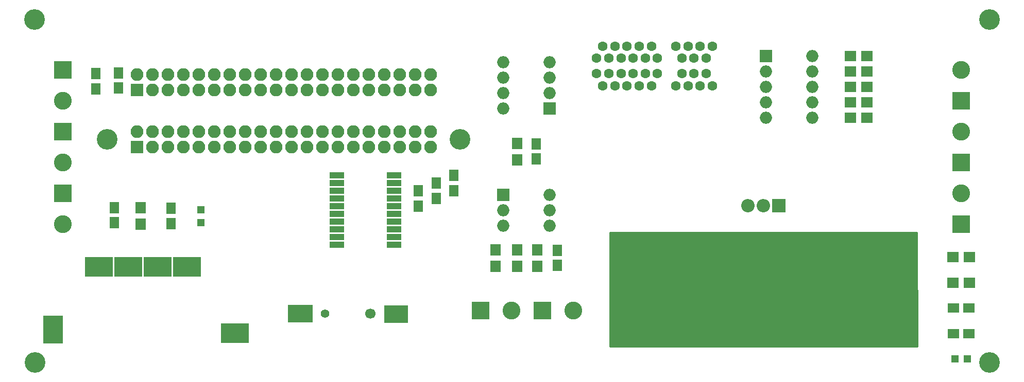
<source format=gbr>
G04 #@! TF.FileFunction,Soldermask,Top*
%FSLAX46Y46*%
G04 Gerber Fmt 4.6, Leading zero omitted, Abs format (unit mm)*
G04 Created by KiCad (PCBNEW 4.0.6) date 04/16/18 16:28:44*
%MOMM*%
%LPD*%
G01*
G04 APERTURE LIST*
%ADD10C,0.100000*%
%ADD11C,1.598880*%
%ADD12R,1.650000X1.900000*%
%ADD13R,1.900000X1.650000*%
%ADD14R,2.940000X2.940000*%
%ADD15C,2.940000*%
%ADD16R,1.900000X1.700000*%
%ADD17R,1.700000X1.900000*%
%ADD18R,2.000000X2.000000*%
%ADD19O,2.000000X2.000000*%
%ADD20R,2.350000X1.000000*%
%ADD21R,4.590000X3.190000*%
%ADD22R,3.190000X4.590000*%
%ADD23C,3.956000*%
%ADD24O,3.900000X3.900000*%
%ADD25R,2.200000X2.200000*%
%ADD26O,2.200000X2.200000*%
%ADD27C,3.400000*%
%ADD28R,4.060000X3.000000*%
%ADD29R,3.940000X3.000000*%
%ADD30C,1.400000*%
%ADD31C,1.700000*%
%ADD32R,1.300000X1.200000*%
%ADD33R,1.200000X1.300000*%
%ADD34R,2.100000X2.100000*%
%ADD35O,2.100000X2.100000*%
%ADD36C,0.254000*%
G04 APERTURE END LIST*
D10*
D11*
X175204120Y-36499800D03*
X176204880Y-38501320D03*
X177203100Y-36499800D03*
X178203860Y-38501320D03*
X179204620Y-36499800D03*
X180202840Y-38501320D03*
X181203600Y-36499800D03*
X176204880Y-41000680D03*
X178203860Y-41000680D03*
X180202840Y-41000680D03*
X175204120Y-43002200D03*
X177203100Y-43002200D03*
X179204620Y-43002200D03*
X181203600Y-43002200D03*
X172204380Y-38501320D03*
X170202860Y-38501320D03*
X168203880Y-38501320D03*
X166204900Y-38501320D03*
X164203380Y-38501320D03*
X162204400Y-38501320D03*
X163205160Y-36499800D03*
X165204140Y-36499800D03*
X167203120Y-36499800D03*
X169204640Y-36499800D03*
X171203620Y-36499800D03*
X162204400Y-41000680D03*
X163205160Y-43002200D03*
X164203380Y-41000680D03*
X165204140Y-43002200D03*
X166204900Y-41000680D03*
X167203120Y-43002200D03*
X168203880Y-41000680D03*
X169204640Y-43002200D03*
X170202860Y-41000680D03*
X171203620Y-43002200D03*
X172204380Y-41000680D03*
D12*
X132905500Y-62845000D03*
X132905500Y-60345000D03*
X135826500Y-61575000D03*
X135826500Y-59075000D03*
X138747500Y-60305000D03*
X138747500Y-57805000D03*
X152273000Y-52598000D03*
X152273000Y-55098000D03*
X155702000Y-72624000D03*
X155702000Y-70124000D03*
X92202000Y-65718000D03*
X92202000Y-63218000D03*
D13*
X220873000Y-83820000D03*
X223373000Y-83820000D03*
D12*
X83566000Y-43414000D03*
X83566000Y-40914000D03*
D13*
X220873000Y-79629000D03*
X223373000Y-79629000D03*
D12*
X79883000Y-43541000D03*
X79883000Y-41041000D03*
X82931000Y-65591000D03*
X82931000Y-63091000D03*
D14*
X74422000Y-60706000D03*
D15*
X74422000Y-65786000D03*
D14*
X222076000Y-65786000D03*
D15*
X222076000Y-60706000D03*
D14*
X74422000Y-50546000D03*
D15*
X74422000Y-55626000D03*
D14*
X222076000Y-45466000D03*
D15*
X222076000Y-40386000D03*
D14*
X143129000Y-80010000D03*
D15*
X148209000Y-80010000D03*
D14*
X153289000Y-80010000D03*
D15*
X158369000Y-80010000D03*
D16*
X203946000Y-38100000D03*
X206646000Y-38100000D03*
X203946000Y-40640000D03*
X206646000Y-40640000D03*
X203946000Y-43180000D03*
X206646000Y-43180000D03*
X203946000Y-45720000D03*
X206646000Y-45720000D03*
X203946000Y-48260000D03*
X206646000Y-48260000D03*
D17*
X149098000Y-52498000D03*
X149098000Y-55198000D03*
X149098000Y-70024000D03*
X149098000Y-72724000D03*
X145542000Y-70024000D03*
X145542000Y-72724000D03*
X152400000Y-72724000D03*
X152400000Y-70024000D03*
D16*
X220773000Y-71247000D03*
X223473000Y-71247000D03*
X220773000Y-75438000D03*
X223473000Y-75438000D03*
D18*
X190000000Y-38100000D03*
D19*
X197620000Y-48260000D03*
X190000000Y-40640000D03*
X197620000Y-45720000D03*
X190000000Y-43180000D03*
X197620000Y-43180000D03*
X190000000Y-45720000D03*
X197620000Y-40640000D03*
X190000000Y-48260000D03*
X197620000Y-38100000D03*
D20*
X119506000Y-57785000D03*
X119506000Y-59055000D03*
X119506000Y-60325000D03*
X119506000Y-61595000D03*
X119506000Y-62865000D03*
X119506000Y-64135000D03*
X119506000Y-65405000D03*
X119506000Y-66675000D03*
X119506000Y-67945000D03*
X119506000Y-69215000D03*
X128906000Y-69215000D03*
X128906000Y-67945000D03*
X128906000Y-66675000D03*
X128906000Y-65405000D03*
X128906000Y-64135000D03*
X128906000Y-62865000D03*
X128906000Y-61595000D03*
X128906000Y-60325000D03*
X128906000Y-59055000D03*
X128906000Y-57785000D03*
D18*
X146812000Y-60960000D03*
D19*
X154432000Y-66040000D03*
X146812000Y-63500000D03*
X154432000Y-63500000D03*
X146812000Y-66040000D03*
X154432000Y-60960000D03*
D18*
X154432000Y-46736000D03*
D19*
X146812000Y-39116000D03*
X154432000Y-44196000D03*
X146812000Y-41656000D03*
X154432000Y-41656000D03*
X146812000Y-44196000D03*
X154432000Y-39116000D03*
X146812000Y-46736000D03*
D21*
X80406000Y-72866000D03*
X85236000Y-72866000D03*
X90066000Y-72866000D03*
X94896000Y-72866000D03*
X102766000Y-83786000D03*
D22*
X72866000Y-83156000D03*
D23*
X189600000Y-79375000D03*
D24*
X189600000Y-79390000D03*
D25*
X192140000Y-62730000D03*
D26*
X189600000Y-62730000D03*
X187060000Y-62730000D03*
D27*
X69836000Y-32082000D03*
X226736000Y-32082000D03*
X81744000Y-51816000D03*
X139744000Y-51816000D03*
D28*
X113461000Y-80518000D03*
D29*
X129261000Y-80593000D03*
D30*
X117531000Y-80518000D03*
D31*
X125031000Y-80518000D03*
D27*
X226736000Y-88607000D03*
X69861000Y-88607000D03*
D17*
X87249000Y-65818000D03*
X87249000Y-63118000D03*
D32*
X97155000Y-65518000D03*
X97155000Y-63418000D03*
D33*
X221073000Y-88011000D03*
X223173000Y-88011000D03*
D14*
X222076000Y-55626000D03*
D15*
X222076000Y-50546000D03*
D14*
X74422000Y-40386000D03*
D15*
X74422000Y-45466000D03*
D34*
X86614000Y-53086000D03*
D35*
X86614000Y-50546000D03*
X89154000Y-53086000D03*
X89154000Y-50546000D03*
X91694000Y-53086000D03*
X91694000Y-50546000D03*
X94234000Y-53086000D03*
X94234000Y-50546000D03*
X96774000Y-53086000D03*
X96774000Y-50546000D03*
X99314000Y-53086000D03*
X99314000Y-50546000D03*
X101854000Y-53086000D03*
X101854000Y-50546000D03*
X104394000Y-53086000D03*
X104394000Y-50546000D03*
X106934000Y-53086000D03*
X106934000Y-50546000D03*
X109474000Y-53086000D03*
X109474000Y-50546000D03*
X112014000Y-53086000D03*
X112014000Y-50546000D03*
X114554000Y-53086000D03*
X114554000Y-50546000D03*
X117094000Y-53086000D03*
X117094000Y-50546000D03*
X119634000Y-53086000D03*
X119634000Y-50546000D03*
X122174000Y-53086000D03*
X122174000Y-50546000D03*
X124714000Y-53086000D03*
X124714000Y-50546000D03*
X127254000Y-53086000D03*
X127254000Y-50546000D03*
X129794000Y-53086000D03*
X129794000Y-50546000D03*
X132334000Y-53086000D03*
X132334000Y-50546000D03*
X134874000Y-53086000D03*
X134874000Y-50546000D03*
D34*
X86614000Y-43688000D03*
D35*
X86614000Y-41148000D03*
X89154000Y-43688000D03*
X89154000Y-41148000D03*
X91694000Y-43688000D03*
X91694000Y-41148000D03*
X94234000Y-43688000D03*
X94234000Y-41148000D03*
X96774000Y-43688000D03*
X96774000Y-41148000D03*
X99314000Y-43688000D03*
X99314000Y-41148000D03*
X101854000Y-43688000D03*
X101854000Y-41148000D03*
X104394000Y-43688000D03*
X104394000Y-41148000D03*
X106934000Y-43688000D03*
X106934000Y-41148000D03*
X109474000Y-43688000D03*
X109474000Y-41148000D03*
X112014000Y-43688000D03*
X112014000Y-41148000D03*
X114554000Y-43688000D03*
X114554000Y-41148000D03*
X117094000Y-43688000D03*
X117094000Y-41148000D03*
X119634000Y-43688000D03*
X119634000Y-41148000D03*
X122174000Y-43688000D03*
X122174000Y-41148000D03*
X124714000Y-43688000D03*
X124714000Y-41148000D03*
X127254000Y-43688000D03*
X127254000Y-41148000D03*
X129794000Y-43688000D03*
X129794000Y-41148000D03*
X132334000Y-43688000D03*
X132334000Y-41148000D03*
X134874000Y-43688000D03*
X134874000Y-41148000D03*
D36*
G36*
X214883576Y-85979000D02*
X164338000Y-85979000D01*
X164338000Y-67183000D01*
X214820923Y-67183000D01*
X214883576Y-85979000D01*
X214883576Y-85979000D01*
G37*
X214883576Y-85979000D02*
X164338000Y-85979000D01*
X164338000Y-67183000D01*
X214820923Y-67183000D01*
X214883576Y-85979000D01*
M02*

</source>
